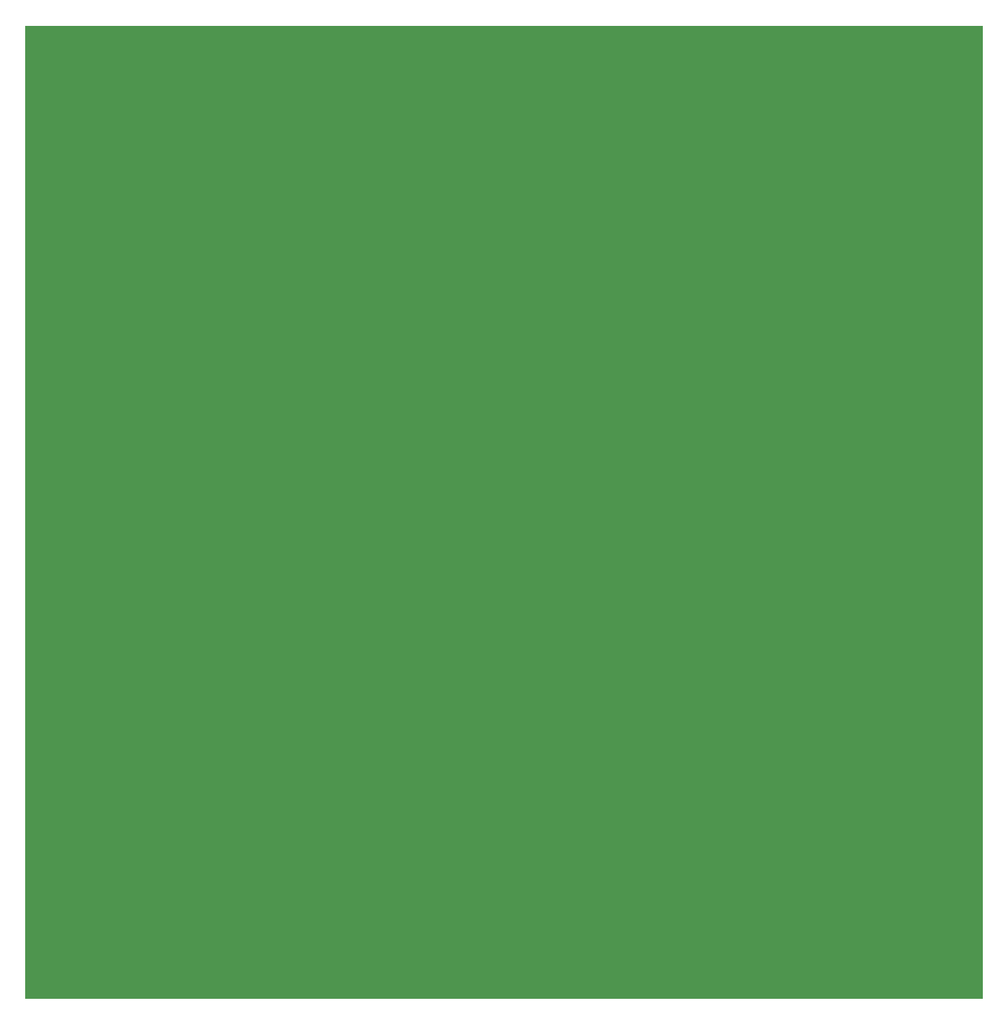
<source format=gbr>
G04 DipTrace 2.4.0.2*
%INBoard.gbr*%
%MOMM*%
%ADD10C,0.254*%
%FSLAX53Y53*%
G04*
G71*
G90*
G75*
G01*
%LNBoardPoly*%
%LPD*%
G36*
X10000Y127690D2*
D10*
X125957D1*
Y10000D1*
X10000D1*
Y127690D1*
G37*
M02*

</source>
